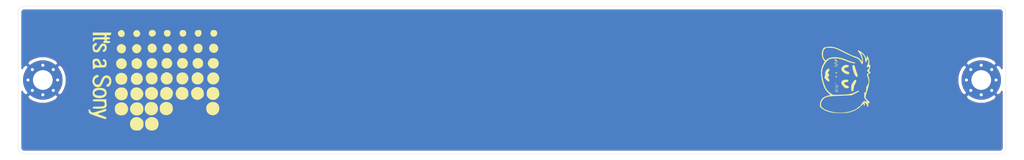
<source format=kicad_pcb>
(kicad_pcb (version 20171130) (host pcbnew "(5.1.5)-2")

  (general
    (thickness 1.6)
    (drawings 8)
    (tracks 0)
    (zones 0)
    (modules 4)
    (nets 2)
  )

  (page A4)
  (layers
    (0 F.Cu signal)
    (31 B.Cu signal)
    (32 B.Adhes user)
    (33 F.Adhes user)
    (34 B.Paste user)
    (35 F.Paste user)
    (36 B.SilkS user)
    (37 F.SilkS user)
    (38 B.Mask user)
    (39 F.Mask user)
    (40 Dwgs.User user)
    (41 Cmts.User user)
    (42 Eco1.User user)
    (43 Eco2.User user)
    (44 Edge.Cuts user)
    (45 Margin user)
    (46 B.CrtYd user)
    (47 F.CrtYd user)
    (48 B.Fab user)
    (49 F.Fab user)
  )

  (setup
    (last_trace_width 0.25)
    (trace_clearance 0.2)
    (zone_clearance 0.508)
    (zone_45_only no)
    (trace_min 0.2)
    (via_size 0.8)
    (via_drill 0.4)
    (via_min_size 0.4)
    (via_min_drill 0.3)
    (uvia_size 0.3)
    (uvia_drill 0.1)
    (uvias_allowed no)
    (uvia_min_size 0.2)
    (uvia_min_drill 0.1)
    (edge_width 0.05)
    (segment_width 0.2)
    (pcb_text_width 0.3)
    (pcb_text_size 1.5 1.5)
    (mod_edge_width 0.12)
    (mod_text_size 1 1)
    (mod_text_width 0.15)
    (pad_size 1.524 1.524)
    (pad_drill 0.762)
    (pad_to_mask_clearance 0.051)
    (solder_mask_min_width 0.25)
    (aux_axis_origin 0 0)
    (visible_elements FFFFFF7F)
    (pcbplotparams
      (layerselection 0x010fc_ffffffff)
      (usegerberextensions false)
      (usegerberattributes false)
      (usegerberadvancedattributes false)
      (creategerberjobfile false)
      (excludeedgelayer true)
      (linewidth 0.100000)
      (plotframeref false)
      (viasonmask false)
      (mode 1)
      (useauxorigin false)
      (hpglpennumber 1)
      (hpglpenspeed 20)
      (hpglpendiameter 15.000000)
      (psnegative false)
      (psa4output false)
      (plotreference true)
      (plotvalue true)
      (plotinvisibletext false)
      (padsonsilk false)
      (subtractmaskfromsilk false)
      (outputformat 1)
      (mirror false)
      (drillshape 0)
      (scaleselection 1)
      (outputdirectory ""))
  )

  (net 0 "")
  (net 1 GND)

  (net_class Default "This is the default net class."
    (clearance 0.2)
    (trace_width 0.25)
    (via_dia 0.8)
    (via_drill 0.4)
    (uvia_dia 0.3)
    (uvia_drill 0.1)
    (add_net GND)
  )

  (module videobits:itsa (layer F.Cu) (tedit 0) (tstamp 5E6B8E2B)
    (at 52 112 270)
    (fp_text reference G*** (at 0 0 90) (layer F.SilkS) hide
      (effects (font (size 1.524 1.524) (thickness 0.3)))
    )
    (fp_text value LOGO (at 0.75 0 90) (layer F.SilkS) hide
      (effects (font (size 1.524 1.524) (thickness 0.3)))
    )
    (fp_poly (pts (xy 6.32046 7.750061) (xy 6.35 7.8104) (xy 6.322068 7.955186) (xy 6.246574 8.220316)
      (xy 6.135967 8.570002) (xy 6.002697 8.968459) (xy 5.859213 9.379902) (xy 5.717965 9.768545)
      (xy 5.591403 10.098602) (xy 5.491977 10.334287) (xy 5.436851 10.435167) (xy 5.28231 10.535101)
      (xy 5.077933 10.5819) (xy 4.883513 10.573744) (xy 4.758844 10.508814) (xy 4.741333 10.456333)
      (xy 4.811713 10.352868) (xy 4.908714 10.329333) (xy 5.074923 10.263252) (xy 5.210163 10.124721)
      (xy 5.263109 10.028973) (xy 5.285903 9.923048) (xy 5.273784 9.774756) (xy 5.221992 9.551901)
      (xy 5.125764 9.222293) (xy 5.031729 8.918221) (xy 4.908422 8.524711) (xy 4.801151 8.18575)
      (xy 4.72114 7.936576) (xy 4.679615 7.812431) (xy 4.678889 7.8105) (xy 4.713883 7.72662)
      (xy 4.843483 7.704667) (xy 4.949317 7.720923) (xy 5.030881 7.791154) (xy 5.107192 7.947551)
      (xy 5.197265 8.222308) (xy 5.244682 8.383888) (xy 5.3412 8.699528) (xy 5.426706 8.946497)
      (xy 5.486776 9.084184) (xy 5.498591 9.098736) (xy 5.548217 9.04036) (xy 5.632562 8.854104)
      (xy 5.737039 8.574082) (xy 5.789036 8.419514) (xy 5.912494 8.063229) (xy 6.010488 7.843721)
      (xy 6.098325 7.733418) (xy 6.185918 7.704667) (xy 6.32046 7.750061)) (layer F.SilkS) (width 0.01))
    (fp_poly (pts (xy -5.001184 7.690602) (xy -4.762631 7.800371) (xy -4.607283 7.976423) (xy -4.572 8.134047)
      (xy -4.629516 8.264015) (xy -4.758157 8.295483) (xy -4.892063 8.229497) (xy -4.953 8.128)
      (xy -5.062906 7.993611) (xy -5.257697 7.958667) (xy -5.474989 8.003374) (xy -5.563277 8.118636)
      (xy -5.531043 8.276161) (xy -5.386773 8.447658) (xy -5.13895 8.604836) (xy -5.052713 8.642208)
      (xy -4.734481 8.80149) (xy -4.556527 8.987561) (xy -4.489961 9.234713) (xy -4.487334 9.313333)
      (xy -4.533233 9.593413) (xy -4.6355 9.758714) (xy -4.852749 9.872624) (xy -5.15783 9.94044)
      (xy -5.472167 9.947403) (xy -5.566089 9.933513) (xy -5.78221 9.815565) (xy -5.949906 9.601114)
      (xy -6.011334 9.379161) (xy -5.957922 9.254069) (xy -5.833432 9.235499) (xy -5.691482 9.31541)
      (xy -5.603406 9.440333) (xy -5.449756 9.600793) (xy -5.226559 9.656639) (xy -5.003123 9.600177)
      (xy -4.904777 9.517903) (xy -4.84244 9.371381) (xy -4.907734 9.216577) (xy -5.11224 9.038568)
      (xy -5.426954 8.84503) (xy -5.730268 8.644242) (xy -5.890121 8.445201) (xy -5.927614 8.209741)
      (xy -5.892428 8.003106) (xy -5.768564 7.803367) (xy -5.548901 7.687662) (xy -5.278191 7.651553)
      (xy -5.001184 7.690602)) (layer F.SilkS) (width 0.01))
    (fp_poly (pts (xy -2.284548 7.716245) (xy -2.145903 7.800203) (xy -2.086966 7.912609) (xy -2.050354 8.145301)
      (xy -2.033658 8.518016) (xy -2.032 8.733691) (xy -2.026806 9.136075) (xy -2.008478 9.398145)
      (xy -1.972898 9.548679) (xy -1.91595 9.616455) (xy -1.905 9.621382) (xy -1.792444 9.729879)
      (xy -1.778 9.79145) (xy -1.830731 9.871205) (xy -2.007505 9.899651) (xy -2.137834 9.897787)
      (xy -2.43553 9.901741) (xy -2.709552 9.930678) (xy -2.751667 9.938918) (xy -3.048104 9.940985)
      (xy -3.217334 9.885003) (xy -3.357632 9.777265) (xy -3.428667 9.606462) (xy -3.454245 9.388565)
      (xy -3.452756 9.298121) (xy -3.132667 9.298121) (xy -3.066089 9.510915) (xy -2.901296 9.627943)
      (xy -2.690699 9.6308) (xy -2.503715 9.518952) (xy -2.433774 9.386981) (xy -2.384897 9.188361)
      (xy -2.364688 8.985222) (xy -2.380751 8.839689) (xy -2.416373 8.805333) (xy -2.577334 8.85193)
      (xy -2.784 8.965984) (xy -2.980255 9.10889) (xy -3.109989 9.242046) (xy -3.132667 9.298121)
      (xy -3.452756 9.298121) (xy -3.449828 9.120353) (xy -3.374939 8.932754) (xy -3.199858 8.791009)
      (xy -2.894865 8.660355) (xy -2.804595 8.628691) (xy -2.566184 8.534495) (xy -2.450136 8.43974)
      (xy -2.414368 8.30348) (xy -2.413 8.247691) (xy -2.434685 8.075835) (xy -2.534275 7.999362)
      (xy -2.694566 7.973992) (xy -2.899815 7.977049) (xy -2.998138 8.055798) (xy -3.021941 8.122158)
      (xy -3.118277 8.272415) (xy -3.252331 8.297687) (xy -3.360443 8.205097) (xy -3.386667 8.081346)
      (xy -3.311809 7.891256) (xy -3.118009 7.749242) (xy -2.851425 7.665762) (xy -2.558218 7.651277)
      (xy -2.284548 7.716245)) (layer F.SilkS) (width 0.01))
    (fp_poly (pts (xy 0.516364 6.944919) (xy 0.820474 7.087551) (xy 1.027459 7.306562) (xy 1.100666 7.554172)
      (xy 1.045575 7.679978) (xy 0.916442 7.70301) (xy 0.767479 7.631063) (xy 0.661002 7.49097)
      (xy 0.502428 7.299439) (xy 0.284109 7.219676) (xy 0.047254 7.236954) (xy -0.166929 7.336551)
      (xy -0.31723 7.503739) (xy -0.362443 7.723795) (xy -0.333761 7.846426) (xy -0.193614 8.004733)
      (xy 0.109719 8.163632) (xy 0.248699 8.21753) (xy 0.557572 8.348917) (xy 0.830201 8.496923)
      (xy 0.973465 8.600895) (xy 1.148968 8.862629) (xy 1.185105 9.159824) (xy 1.095009 9.454336)
      (xy 0.891812 9.708019) (xy 0.588646 9.882728) (xy 0.525315 9.902611) (xy 0.281826 9.963757)
      (xy 0.108248 9.975231) (xy -0.087504 9.936667) (xy -0.218554 9.899644) (xy -0.548167 9.728923)
      (xy -0.754184 9.442712) (xy -0.813912 9.244278) (xy -0.837509 9.059498) (xy -0.783869 8.986712)
      (xy -0.645584 8.974667) (xy -0.474383 9.010396) (xy -0.423401 9.136567) (xy -0.423334 9.144)
      (xy -0.365871 9.328314) (xy -0.254 9.482667) (xy -0.018138 9.622841) (xy 0.248843 9.644768)
      (xy 0.499487 9.564005) (xy 0.68634 9.39611) (xy 0.761945 9.156642) (xy 0.762 9.149566)
      (xy 0.743496 8.978587) (xy 0.66744 8.849509) (xy 0.503017 8.735949) (xy 0.219409 8.611524)
      (xy 0.064399 8.552317) (xy -0.364289 8.339539) (xy -0.63522 8.077975) (xy -0.754714 7.760701)
      (xy -0.762 7.646872) (xy -0.686802 7.336998) (xy -0.481848 7.09745) (xy -0.178101 6.94523)
      (xy 0.193477 6.897339) (xy 0.516364 6.944919)) (layer F.SilkS) (width 0.01))
    (fp_poly (pts (xy 2.530503 7.777196) (xy 2.772771 8.050326) (xy 2.815035 8.128097) (xy 2.927248 8.48424)
      (xy 2.952392 8.885259) (xy 2.896835 9.277792) (xy 2.766946 9.608481) (xy 2.616615 9.79039)
      (xy 2.352418 9.911866) (xy 2.025403 9.939945) (xy 1.733614 9.873491) (xy 1.496962 9.70673)
      (xy 1.348627 9.440917) (xy 1.278684 9.053011) (xy 1.27052 8.812456) (xy 1.608666 8.812456)
      (xy 1.652736 9.159065) (xy 1.769156 9.427202) (xy 1.934242 9.597572) (xy 2.124309 9.650879)
      (xy 2.315674 9.567829) (xy 2.408199 9.463828) (xy 2.503417 9.221468) (xy 2.54224 8.893358)
      (xy 2.525851 8.547664) (xy 2.455433 8.252549) (xy 2.384951 8.124616) (xy 2.194017 7.980969)
      (xy 1.998909 7.984491) (xy 1.822236 8.115145) (xy 1.68661 8.352899) (xy 1.614639 8.677718)
      (xy 1.608666 8.812456) (xy 1.27052 8.812456) (xy 1.27 8.797145) (xy 1.306193 8.336915)
      (xy 1.422167 8.010512) (xy 1.62901 7.79699) (xy 1.851885 7.697894) (xy 2.221289 7.658713)
      (xy 2.530503 7.777196)) (layer F.SilkS) (width 0.01))
    (fp_poly (pts (xy -7.362385 6.958458) (xy -7.300501 7.03608) (xy -7.282142 7.220903) (xy -7.281334 7.323667)
      (xy -7.270254 7.561761) (xy -7.224249 7.674349) (xy -7.124165 7.704521) (xy -7.112 7.704667)
      (xy -6.995292 7.671518) (xy -6.948202 7.542111) (xy -6.942667 7.408333) (xy -6.923725 7.204094)
      (xy -6.849778 7.121686) (xy -6.773334 7.112) (xy -6.656626 7.145148) (xy -6.609536 7.274555)
      (xy -6.604 7.408333) (xy -6.576461 7.627506) (xy -6.488567 7.704131) (xy -6.477 7.704667)
      (xy -6.383069 7.640407) (xy -6.35023 7.435322) (xy -6.35 7.408333) (xy -6.331059 7.204094)
      (xy -6.257112 7.121686) (xy -6.180667 7.112) (xy -6.089027 7.129152) (xy -6.037935 7.205553)
      (xy -6.015879 7.37862) (xy -6.011334 7.662333) (xy -6.016611 7.960165) (xy -6.04012 8.126213)
      (xy -6.093371 8.197895) (xy -6.180667 8.212667) (xy -6.318571 8.159727) (xy -6.35 8.085667)
      (xy -6.417773 7.973418) (xy -6.477 7.958667) (xy -6.536223 7.986645) (xy -6.574245 8.089148)
      (xy -6.595245 8.294027) (xy -6.603399 8.629134) (xy -6.604 8.805333) (xy -6.601676 9.190683)
      (xy -6.590618 9.437369) (xy -6.564695 9.576039) (xy -6.517777 9.637344) (xy -6.443736 9.651931)
      (xy -6.434667 9.652) (xy -6.294927 9.707224) (xy -6.265334 9.784111) (xy -6.308041 9.871191)
      (xy -6.460431 9.896305) (xy -6.582834 9.889944) (xy -6.900334 9.863667) (xy -6.924273 8.911167)
      (xy -6.93678 8.497619) (xy -6.953343 8.224556) (xy -6.97973 8.063139) (xy -7.02171 7.984527)
      (xy -7.08505 7.959882) (xy -7.114773 7.958667) (xy -7.186371 7.969595) (xy -7.233898 8.02145)
      (xy -7.262247 8.142841) (xy -7.276312 8.362374) (xy -7.280988 8.708656) (xy -7.281334 8.932333)
      (xy -7.281334 9.906) (xy -7.704667 9.906) (xy -7.704667 6.942667) (xy -7.493 6.942667)
      (xy -7.362385 6.958458)) (layer F.SilkS) (width 0.01))
    (fp_poly (pts (xy 4.313736 7.706492) (xy 4.438779 7.817749) (xy 4.534343 7.922671) (xy 4.596931 8.033223)
      (xy 4.633495 8.186189) (xy 4.650986 8.418353) (xy 4.656354 8.766501) (xy 4.656666 8.970818)
      (xy 4.654732 9.379393) (xy 4.645404 9.647863) (xy 4.623392 9.805439) (xy 4.583406 9.881338)
      (xy 4.520156 9.904772) (xy 4.487333 9.906) (xy 4.408851 9.893927) (xy 4.359223 9.836835)
      (xy 4.331903 9.703417) (xy 4.320344 9.462366) (xy 4.318 9.0961) (xy 4.309117 8.725283)
      (xy 4.285301 8.405197) (xy 4.250798 8.183027) (xy 4.230354 8.122434) (xy 4.071445 7.985215)
      (xy 3.834303 7.972969) (xy 3.6351 8.046312) (xy 3.561088 8.102905) (xy 3.513254 8.199463)
      (xy 3.48605 8.368969) (xy 3.473931 8.644405) (xy 3.471333 9.019979) (xy 3.469196 9.41579)
      (xy 3.458967 9.672272) (xy 3.434913 9.819409) (xy 3.391304 9.887188) (xy 3.322408 9.905597)
      (xy 3.302 9.906) (xy 3.232905 9.896674) (xy 3.185686 9.850715) (xy 3.156197 9.741156)
      (xy 3.140294 9.541026) (xy 3.133833 9.223356) (xy 3.132666 8.803988) (xy 3.132666 7.701977)
      (xy 3.3655 7.710668) (xy 3.612438 7.700083) (xy 3.893871 7.662567) (xy 3.909613 7.659611)
      (xy 4.144056 7.638135) (xy 4.313736 7.706492)) (layer F.SilkS) (width 0.01))
    (fp_poly (pts (xy 2.584887 4.283174) (xy 2.909444 4.437003) (xy 3.15106 4.697902) (xy 3.173566 4.738562)
      (xy 3.287136 5.121078) (xy 3.259666 5.509605) (xy 3.105619 5.861548) (xy 2.839458 6.134307)
      (xy 2.667865 6.228095) (xy 2.360217 6.327929) (xy 2.098806 6.3259) (xy 1.800834 6.224474)
      (xy 1.492158 6.005133) (xy 1.286341 5.685288) (xy 1.197763 5.308816) (xy 1.240809 4.919594)
      (xy 1.313766 4.738562) (xy 1.54183 4.46411) (xy 1.858255 4.296728) (xy 2.220216 4.236416)
      (xy 2.584887 4.283174)) (layer F.SilkS) (width 0.01))
    (fp_poly (pts (xy 4.881601 4.19716) (xy 5.218341 4.311694) (xy 5.498368 4.528976) (xy 5.688934 4.838008)
      (xy 5.757333 5.2177) (xy 5.694852 5.661479) (xy 5.514464 6.007298) (xy 5.252104 6.221567)
      (xy 4.89587 6.32781) (xy 4.498207 6.329103) (xy 4.144295 6.225758) (xy 4.128564 6.217464)
      (xy 3.86586 5.986108) (xy 3.698802 5.658657) (xy 3.63544 5.28393) (xy 3.683824 4.910749)
      (xy 3.852003 4.587933) (xy 3.858572 4.580025) (xy 4.168968 4.320327) (xy 4.520894 4.196372)
      (xy 4.881601 4.19716)) (layer F.SilkS) (width 0.01))
    (fp_poly (pts (xy 0.221371 4.387191) (xy 0.520478 4.580857) (xy 0.70254 4.89504) (xy 0.762 5.309595)
      (xy 0.690631 5.693716) (xy 0.474791 5.98996) (xy 0.253064 6.138817) (xy -0.085526 6.250065)
      (xy -0.433086 6.219713) (xy -0.650688 6.14141) (xy -0.934761 5.935113) (xy -1.109819 5.637742)
      (xy -1.17048 5.292142) (xy -1.111359 4.941159) (xy -0.927072 4.627638) (xy -0.850559 4.550833)
      (xy -0.62887 4.393211) (xy -0.384015 4.327716) (xy -0.189165 4.319882) (xy 0.221371 4.387191)) (layer F.SilkS) (width 0.01))
    (fp_poly (pts (xy -2.467341 4.404645) (xy -2.156529 4.539944) (xy -2.025488 4.650154) (xy -1.827077 4.945507)
      (xy -1.770409 5.259932) (xy -1.834852 5.564446) (xy -1.999777 5.830071) (xy -2.244552 6.027825)
      (xy -2.548547 6.128728) (xy -2.891131 6.1038) (xy -3.026109 6.055759) (xy -3.286742 5.863715)
      (xy -3.442557 5.637661) (xy -3.532155 5.290626) (xy -3.481907 4.973032) (xy -3.321057 4.705257)
      (xy -3.07885 4.507682) (xy -2.78453 4.400684) (xy -2.467341 4.404645)) (layer F.SilkS) (width 0.01))
    (fp_poly (pts (xy -4.736477 4.60229) (xy -4.488604 4.785259) (xy -4.352004 5.047385) (xy -4.3423 5.353634)
      (xy -4.475113 5.66897) (xy -4.537193 5.750837) (xy -4.809687 5.960865) (xy -5.12292 6.025569)
      (xy -5.432892 5.943489) (xy -5.634377 5.787303) (xy -5.809666 5.487069) (xy -5.829252 5.157872)
      (xy -5.69295 4.83774) (xy -5.63932 4.769145) (xy -5.456058 4.605699) (xy -5.236366 4.540379)
      (xy -5.08 4.533515) (xy -4.736477 4.60229)) (layer F.SilkS) (width 0.01))
    (fp_poly (pts (xy -7.30769 4.767389) (xy -7.1461 4.831668) (xy -7.129174 4.84764) (xy -6.996227 5.105952)
      (xy -6.994355 5.361728) (xy -7.095508 5.5875) (xy -7.271639 5.755802) (xy -7.494698 5.839167)
      (xy -7.736637 5.810128) (xy -7.955369 5.656702) (xy -8.106443 5.396119) (xy -8.110927 5.13538)
      (xy -7.986804 4.914198) (xy -7.752055 4.772289) (xy -7.5409 4.741333) (xy -7.30769 4.767389)) (layer F.SilkS) (width 0.01))
    (fp_poly (pts (xy 5.04022 1.743174) (xy 5.364777 1.897003) (xy 5.606393 2.157902) (xy 5.6289 2.198562)
      (xy 5.757616 2.605899) (xy 5.74134 3.009704) (xy 5.592119 3.373256) (xy 5.321997 3.659836)
      (xy 5.110837 3.777926) (xy 4.801715 3.875452) (xy 4.534175 3.866824) (xy 4.268485 3.77432)
      (xy 3.94049 3.546913) (xy 3.724833 3.221026) (xy 3.633538 2.834604) (xy 3.678629 2.425589)
      (xy 3.769099 2.198562) (xy 3.997164 1.92411) (xy 4.313589 1.756728) (xy 4.675549 1.696416)
      (xy 5.04022 1.743174)) (layer F.SilkS) (width 0.01))
    (fp_poly (pts (xy 7.438755 1.70703) (xy 7.640095 1.767563) (xy 7.829137 1.904096) (xy 7.910304 1.978497)
      (xy 8.089817 2.165519) (xy 8.179091 2.333635) (xy 8.208251 2.557397) (xy 8.209666 2.71933)
      (xy 8.18792 3.018259) (xy 8.135791 3.274885) (xy 8.098124 3.370601) (xy 7.851983 3.652496)
      (xy 7.512057 3.828476) (xy 7.124557 3.887886) (xy 6.735695 3.820072) (xy 6.54461 3.728761)
      (xy 6.237116 3.452696) (xy 6.06056 3.103472) (xy 6.018477 2.719478) (xy 6.114403 2.339101)
      (xy 6.351874 2.00073) (xy 6.382747 1.971408) (xy 6.590109 1.803207) (xy 6.783617 1.720434)
      (xy 7.042177 1.694381) (xy 7.147061 1.693333) (xy 7.438755 1.70703)) (layer F.SilkS) (width 0.01))
    (fp_poly (pts (xy 2.370378 1.716973) (xy 2.592407 1.786975) (xy 2.940863 2.001842) (xy 3.177857 2.316505)
      (xy 3.288415 2.691864) (xy 3.257568 3.088817) (xy 3.173566 3.304771) (xy 2.945286 3.575615)
      (xy 2.619305 3.746818) (xy 2.241801 3.808029) (xy 1.858953 3.748897) (xy 1.640894 3.648321)
      (xy 1.369009 3.395943) (xy 1.223456 3.074358) (xy 1.198709 2.720597) (xy 1.289239 2.371691)
      (xy 1.489519 2.064672) (xy 1.794021 1.836571) (xy 1.91918 1.783968) (xy 2.170919 1.712938)
      (xy 2.370378 1.716973)) (layer F.SilkS) (width 0.01))
    (fp_poly (pts (xy 0.232603 1.895427) (xy 0.518848 2.11449) (xy 0.673737 2.301726) (xy 0.74528 2.503384)
      (xy 0.762 2.780974) (xy 0.744167 3.066218) (xy 0.670196 3.264657) (xy 0.50938 3.4569)
      (xy 0.501487 3.46482) (xy 0.304784 3.631217) (xy 0.103822 3.707452) (xy -0.174511 3.725333)
      (xy -0.476036 3.701804) (xy -0.697378 3.611557) (xy -0.853655 3.489753) (xy -1.08149 3.188495)
      (xy -1.174246 2.843767) (xy -1.140016 2.49516) (xy -0.986893 2.182261) (xy -0.722969 1.944661)
      (xy -0.51972 1.856175) (xy -0.116281 1.79872) (xy 0.232603 1.895427)) (layer F.SilkS) (width 0.01))
    (fp_poly (pts (xy -2.274928 1.990548) (xy -1.978945 2.229517) (xy -1.83902 2.429689) (xy -1.789983 2.628868)
      (xy -1.80294 2.871975) (xy -1.916249 3.233595) (xy -2.143635 3.491827) (xy -2.454271 3.630896)
      (xy -2.817325 3.635026) (xy -3.107051 3.539317) (xy -3.277166 3.389827) (xy -3.434831 3.147234)
      (xy -3.537874 2.88514) (xy -3.556 2.755833) (xy -3.484806 2.478303) (xy -3.302941 2.207185)
      (xy -3.057978 2.009151) (xy -3.005309 1.98406) (xy -2.625372 1.905554) (xy -2.274928 1.990548)) (layer F.SilkS) (width 0.01))
    (fp_poly (pts (xy -4.735988 2.14427) (xy -4.565488 2.279487) (xy -4.374694 2.56847) (xy -4.332433 2.872797)
      (xy -4.425843 3.156575) (xy -4.642059 3.383914) (xy -4.968219 3.518921) (xy -5.012573 3.526966)
      (xy -5.235735 3.541292) (xy -5.404592 3.47651) (xy -5.584073 3.318953) (xy -5.771983 3.070392)
      (xy -5.842 2.837434) (xy -5.842 2.83728) (xy -5.774586 2.483064) (xy -5.595518 2.221465)
      (xy -5.339555 2.067674) (xy -5.041458 2.03688) (xy -4.735988 2.14427)) (layer F.SilkS) (width 0.01))
    (fp_poly (pts (xy -7.393523 2.226672) (xy -7.150036 2.387289) (xy -7.11336 2.430502) (xy -6.989812 2.696765)
      (xy -7.005673 2.957101) (xy -7.133894 3.175261) (xy -7.347424 3.314995) (xy -7.619214 3.340052)
      (xy -7.762632 3.30062) (xy -7.998023 3.129592) (xy -8.108456 2.884703) (xy -8.084726 2.615688)
      (xy -7.932044 2.385425) (xy -7.664156 2.225503) (xy -7.393523 2.226672)) (layer F.SilkS) (width 0.01))
    (fp_poly (pts (xy 4.881629 -0.638092) (xy 5.246349 -0.491368) (xy 5.522563 -0.226671) (xy 5.690628 0.119273)
      (xy 5.730899 0.509737) (xy 5.661546 0.820042) (xy 5.451683 1.158294) (xy 5.143693 1.390574)
      (xy 4.778294 1.503661) (xy 4.396201 1.484331) (xy 4.065233 1.338435) (xy 3.767835 1.079193)
      (xy 3.61241 0.781174) (xy 3.57768 0.398534) (xy 3.583877 0.301362) (xy 3.691918 -0.10365)
      (xy 3.924808 -0.410864) (xy 4.258277 -0.602708) (xy 4.668054 -0.661613) (xy 4.881629 -0.638092)) (layer F.SilkS) (width 0.01))
    (fp_poly (pts (xy 2.394243 -0.64093) (xy 2.714363 -0.516974) (xy 2.979801 -0.295239) (xy 3.158116 0.017666)
      (xy 3.217333 0.381) (xy 3.143571 0.788115) (xy 2.942079 1.11342) (xy 2.642551 1.337494)
      (xy 2.274679 1.440916) (xy 1.868154 1.404262) (xy 1.726193 1.356354) (xy 1.438951 1.155802)
      (xy 1.2391 0.848564) (xy 1.144201 0.482215) (xy 1.171811 0.104331) (xy 1.215716 -0.026793)
      (xy 1.430176 -0.360039) (xy 1.71971 -0.569072) (xy 2.051879 -0.660499) (xy 2.394243 -0.64093)) (layer F.SilkS) (width 0.01))
    (fp_poly (pts (xy 7.539192 -0.696164) (xy 7.883543 -0.504325) (xy 8.10963 -0.194989) (xy 8.208741 0.223339)
      (xy 8.212666 0.338667) (xy 8.145779 0.78169) (xy 7.950156 1.116929) (xy 7.633358 1.337084)
      (xy 7.202943 1.434858) (xy 7.072627 1.439333) (xy 6.792476 1.414821) (xy 6.574252 1.3174)
      (xy 6.382747 1.161258) (xy 6.134722 0.837376) (xy 6.024216 0.47543) (xy 6.039291 0.108096)
      (xy 6.168012 -0.23195) (xy 6.398443 -0.512029) (xy 6.718646 -0.699466) (xy 7.085289 -0.762)
      (xy 7.539192 -0.696164)) (layer F.SilkS) (width 0.01))
    (fp_poly (pts (xy 0.09081 -0.555895) (xy 0.328771 -0.454602) (xy 0.577383 -0.186132) (xy 0.703394 0.155189)
      (xy 0.703813 0.522352) (xy 0.57565 0.868346) (xy 0.424916 1.056817) (xy 0.142852 1.235157)
      (xy -0.200517 1.325507) (xy -0.530983 1.312366) (xy -0.635 1.278225) (xy -0.899709 1.089217)
      (xy -1.118851 0.806864) (xy -1.220308 0.562975) (xy -1.224879 0.220419) (xy -1.107138 -0.126955)
      (xy -0.893833 -0.403622) (xy -0.871453 -0.42201) (xy -0.599066 -0.547723) (xy -0.25287 -0.593042)
      (xy 0.09081 -0.555895)) (layer F.SilkS) (width 0.01))
    (fp_poly (pts (xy -2.26925 -0.43798) (xy -2.019197 -0.215451) (xy -1.881576 0.112441) (xy -1.862667 0.314391)
      (xy -1.933631 0.695198) (xy -2.132781 0.980305) (xy -2.439503 1.148505) (xy -2.709334 1.185333)
      (xy -2.998019 1.149635) (xy -3.225214 1.015659) (xy -3.308513 0.937846) (xy -3.50126 0.645531)
      (xy -3.566491 0.315973) (xy -3.513153 -0.0082) (xy -3.350189 -0.284364) (xy -3.086545 -0.469891)
      (xy -3.007483 -0.496694) (xy -2.606943 -0.537583) (xy -2.26925 -0.43798)) (layer F.SilkS) (width 0.01))
    (fp_poly (pts (xy -4.79914 -0.384627) (xy -4.572183 -0.194681) (xy -4.435639 0.070976) (xy -4.405637 0.370682)
      (xy -4.498307 0.662774) (xy -4.610485 0.808182) (xy -4.857395 0.958019) (xy -5.164211 1.017385)
      (xy -5.45792 0.978918) (xy -5.595337 0.907474) (xy -5.823814 0.645428) (xy -5.911381 0.349086)
      (xy -5.871135 0.054556) (xy -5.716171 -0.202056) (xy -5.459584 -0.384645) (xy -5.114471 -0.457102)
      (xy -5.10038 -0.4572) (xy -4.79914 -0.384627)) (layer F.SilkS) (width 0.01))
    (fp_poly (pts (xy -7.309329 -0.201212) (xy -7.243261 -0.138958) (xy -7.07524 0.117576) (xy -7.045799 0.374911)
      (xy -7.129567 0.601951) (xy -7.301177 0.767599) (xy -7.535258 0.840758) (xy -7.806442 0.790333)
      (xy -7.939828 0.714866) (xy -8.080146 0.553397) (xy -8.127415 0.302715) (xy -8.128 0.259566)
      (xy -8.091708 -0.020798) (xy -7.959109 -0.190918) (xy -7.694622 -0.295781) (xy -7.687288 -0.297636)
      (xy -7.489796 -0.306817) (xy -7.309329 -0.201212)) (layer F.SilkS) (width 0.01))
    (fp_poly (pts (xy 5.073974 -2.994123) (xy 5.231408 -2.908481) (xy 5.533342 -2.596505) (xy 5.693411 -2.226419)
      (xy 5.70751 -1.832727) (xy 5.571535 -1.44993) (xy 5.42835 -1.253235) (xy 5.253296 -1.089212)
      (xy 5.060426 -1.00195) (xy 4.778578 -0.96116) (xy 4.734389 -0.957879) (xy 4.373123 -0.960097)
      (xy 4.116482 -1.032824) (xy 4.05323 -1.068868) (xy 3.764042 -1.344782) (xy 3.599247 -1.693631)
      (xy 3.559223 -2.074848) (xy 3.64435 -2.447866) (xy 3.855008 -2.772119) (xy 4.035896 -2.922538)
      (xy 4.354245 -3.04698) (xy 4.72505 -3.07055) (xy 5.073974 -2.994123)) (layer F.SilkS) (width 0.01))
    (fp_poly (pts (xy 2.32686 -3.07406) (xy 2.709121 -2.93659) (xy 3.000224 -2.70036) (xy 3.146202 -2.477399)
      (xy 3.208908 -2.220631) (xy 3.217333 -2.017037) (xy 3.200632 -1.735041) (xy 3.128069 -1.537453)
      (xy 2.965952 -1.340805) (xy 2.929466 -1.303867) (xy 2.720308 -1.121242) (xy 2.522549 -1.037189)
      (xy 2.249369 -1.016047) (xy 2.228638 -1.016) (xy 1.882778 -1.052646) (xy 1.620378 -1.151029)
      (xy 1.606338 -1.160281) (xy 1.297324 -1.455817) (xy 1.145313 -1.812301) (xy 1.146981 -2.238091)
      (xy 1.156717 -2.291088) (xy 1.286594 -2.584824) (xy 1.523103 -2.852361) (xy 1.809118 -3.035993)
      (xy 1.932356 -3.074638) (xy 2.32686 -3.07406)) (layer F.SilkS) (width 0.01))
    (fp_poly (pts (xy -0.024204 -3.021098) (xy 0.305777 -2.894444) (xy 0.538042 -2.673876) (xy 0.700307 -2.301842)
      (xy 0.717326 -1.94171) (xy 0.611861 -1.617236) (xy 0.406678 -1.35218) (xy 0.124538 -1.170297)
      (xy -0.211794 -1.095345) (xy -0.579554 -1.151082) (xy -0.814439 -1.262345) (xy -1.045768 -1.485203)
      (xy -1.211941 -1.796696) (xy -1.27 -2.095339) (xy -1.209181 -2.346574) (xy -1.057538 -2.622863)
      (xy -0.861292 -2.849797) (xy -0.754788 -2.92473) (xy -0.394755 -3.034498) (xy -0.024204 -3.021098)) (layer F.SilkS) (width 0.01))
    (fp_poly (pts (xy -2.369062 -2.907135) (xy -2.105555 -2.72225) (xy -1.925174 -2.438181) (xy -1.862667 -2.092392)
      (xy -1.892452 -1.799767) (xy -2.002576 -1.585549) (xy -2.085879 -1.493212) (xy -2.260059 -1.346106)
      (xy -2.400711 -1.272089) (xy -2.417621 -1.27) (xy -2.600297 -1.245451) (xy -2.638909 -1.23501)
      (xy -2.796345 -1.232788) (xy -3.003641 -1.27514) (xy -3.308706 -1.444523) (xy -3.494042 -1.730594)
      (xy -3.554118 -2.102013) (xy -3.52581 -2.38632) (xy -3.412408 -2.601448) (xy -3.308513 -2.715846)
      (xy -3.005523 -2.919018) (xy -2.680712 -2.977753) (xy -2.369062 -2.907135)) (layer F.SilkS) (width 0.01))
    (fp_poly (pts (xy -4.857182 -2.836023) (xy -4.609745 -2.675591) (xy -4.446326 -2.421436) (xy -4.402667 -2.16757)
      (xy -4.475058 -1.827015) (xy -4.668875 -1.573545) (xy -4.949083 -1.429488) (xy -5.280646 -1.417169)
      (xy -5.482812 -1.479243) (xy -5.7586 -1.678778) (xy -5.897869 -1.952067) (xy -5.89366 -2.263834)
      (xy -5.739013 -2.578802) (xy -5.707474 -2.618171) (xy -5.445661 -2.820992) (xy -5.149025 -2.88905)
      (xy -4.857182 -2.836023)) (layer F.SilkS) (width 0.01))
    (fp_poly (pts (xy -7.301648 -2.639489) (xy -7.113904 -2.460358) (xy -7.031782 -2.21754) (xy -7.073876 -1.956637)
      (xy -7.196667 -1.778) (xy -7.427464 -1.644662) (xy -7.700601 -1.61703) (xy -7.94242 -1.698452)
      (xy -7.994953 -1.741714) (xy -8.098385 -1.945889) (xy -8.121861 -2.216108) (xy -8.065379 -2.46915)
      (xy -7.994953 -2.576286) (xy -7.820126 -2.669291) (xy -7.582655 -2.709302) (xy -7.57642 -2.709333)
      (xy -7.301648 -2.639489)) (layer F.SilkS) (width 0.01))
    (fp_poly (pts (xy 2.522001 -5.567144) (xy 2.723525 -5.480092) (xy 2.929466 -5.300133) (xy 3.109031 -5.095894)
      (xy 3.193654 -4.904063) (xy 3.217026 -4.641174) (xy 3.217333 -4.586963) (xy 3.191897 -4.270238)
      (xy 3.098531 -4.036537) (xy 3.001948 -3.905688) (xy 2.833212 -3.733178) (xy 2.644289 -3.620883)
      (xy 2.368925 -3.532314) (xy 2.286 -3.511364) (xy 2.129845 -3.518533) (xy 1.896726 -3.574727)
      (xy 1.823574 -3.598934) (xy 1.453751 -3.803798) (xy 1.221693 -4.098145) (xy 1.132946 -4.465666)
      (xy 1.193057 -4.890053) (xy 1.29585 -5.150723) (xy 1.500595 -5.387876) (xy 1.831078 -5.537564)
      (xy 2.247928 -5.588) (xy 2.522001 -5.567144)) (layer F.SilkS) (width 0.01))
    (fp_poly (pts (xy 0.214407 -5.447247) (xy 0.368743 -5.333404) (xy 0.62925 -5.008918) (xy 0.729148 -4.642523)
      (xy 0.664376 -4.250669) (xy 0.646943 -4.206526) (xy 0.443848 -3.885484) (xy 0.150992 -3.700585)
      (xy -0.249389 -3.640673) (xy -0.254 -3.640667) (xy -0.553151 -3.672946) (xy -0.798041 -3.755193)
      (xy -0.836772 -3.778732) (xy -1.005182 -3.952864) (xy -1.147318 -4.188874) (xy -1.154944 -4.206526)
      (xy -1.239659 -4.587122) (xy -1.185368 -4.933631) (xy -1.019408 -5.225833) (xy -0.769114 -5.443513)
      (xy -0.461824 -5.566453) (xy -0.124871 -5.574437) (xy 0.214407 -5.447247)) (layer F.SilkS) (width 0.01))
    (fp_poly (pts (xy -2.368039 -5.444207) (xy -2.102508 -5.262777) (xy -1.922051 -4.984408) (xy -1.862667 -4.660201)
      (xy -1.927415 -4.264748) (xy -2.117558 -3.976057) (xy -2.388888 -3.816335) (xy -2.6274 -3.745459)
      (xy -2.808103 -3.743066) (xy -3.021597 -3.813258) (xy -3.104834 -3.848757) (xy -3.364546 -4.016975)
      (xy -3.508243 -4.26317) (xy -3.55576 -4.622902) (xy -3.556 -4.657614) (xy -3.519931 -4.946492)
      (xy -3.384729 -5.174391) (xy -3.308513 -5.255846) (xy -3.007697 -5.455842) (xy -2.681987 -5.513595)
      (xy -2.368039 -5.444207)) (layer F.SilkS) (width 0.01))
    (fp_poly (pts (xy -4.797195 -5.351058) (xy -4.564879 -5.173461) (xy -4.425833 -4.899758) (xy -4.402667 -4.70757)
      (xy -4.474812 -4.384249) (xy -4.664905 -4.129023) (xy -4.933436 -3.967332) (xy -5.240894 -3.924615)
      (xy -5.501665 -3.99998) (xy -5.767187 -4.22073) (xy -5.897184 -4.509116) (xy -5.885315 -4.823298)
      (xy -5.725238 -5.121432) (xy -5.67918 -5.17118) (xy -5.391805 -5.363522) (xy -5.085324 -5.418947)
      (xy -4.797195 -5.351058)) (layer F.SilkS) (width 0.01))
    (fp_poly (pts (xy -7.442049 -5.221044) (xy -7.196667 -5.08) (xy -7.050191 -4.835201) (xy -7.041753 -4.57459)
      (xy -7.152759 -4.343768) (xy -7.364614 -4.188337) (xy -7.57642 -4.148667) (xy -7.814117 -4.186799)
      (xy -7.991995 -4.278824) (xy -7.994953 -4.281714) (xy -8.103381 -4.493718) (xy -8.119705 -4.765223)
      (xy -8.046064 -5.015043) (xy -7.973167 -5.109211) (xy -7.723877 -5.231893) (xy -7.442049 -5.221044)) (layer F.SilkS) (width 0.01))
    (fp_poly (pts (xy 2.4921 -8.070416) (xy 2.677307 -8.000955) (xy 2.859874 -7.841717) (xy 2.927505 -7.76941)
      (xy 3.155531 -7.41674) (xy 3.233843 -7.049496) (xy 3.176184 -6.697322) (xy 2.996299 -6.389861)
      (xy 2.707932 -6.156758) (xy 2.324827 -6.027657) (xy 2.112404 -6.011333) (xy 1.850123 -6.039315)
      (xy 1.640523 -6.147988) (xy 1.479877 -6.292523) (xy 1.222591 -6.64956) (xy 1.12837 -7.036153)
      (xy 1.200218 -7.438979) (xy 1.213739 -7.472728) (xy 1.432477 -7.807837) (xy 1.755489 -8.011265)
      (xy 2.186499 -8.08527) (xy 2.225282 -8.085667) (xy 2.4921 -8.070416)) (layer F.SilkS) (width 0.01))
    (fp_poly (pts (xy -0.016918 -8.017635) (xy 0.298104 -7.87932) (xy 0.541575 -7.645658) (xy 0.691312 -7.341028)
      (xy 0.72513 -6.989808) (xy 0.620844 -6.616378) (xy 0.538042 -6.470125) (xy 0.299396 -6.248345)
      (xy -0.030398 -6.124524) (xy -0.397731 -6.108764) (xy -0.748991 -6.211166) (xy -0.772036 -6.223262)
      (xy -0.968392 -6.398213) (xy -1.144251 -6.663757) (xy -1.254079 -6.943013) (xy -1.27 -7.064015)
      (xy -1.206568 -7.358363) (xy -1.045763 -7.653703) (xy -0.831822 -7.874689) (xy -0.772875 -7.91071)
      (xy -0.381305 -8.036225) (xy -0.016918 -8.017635)) (layer F.SilkS) (width 0.01))
    (fp_poly (pts (xy -2.431063 -7.940948) (xy -2.251418 -7.866133) (xy -2.084861 -7.701731) (xy -2.08186 -7.698171)
      (xy -1.896563 -7.369077) (xy -1.856946 -7.030617) (xy -1.947462 -6.717202) (xy -2.152559 -6.463244)
      (xy -2.456688 -6.303155) (xy -2.729314 -6.265333) (xy -3.01232 -6.293303) (xy -3.218454 -6.400068)
      (xy -3.328493 -6.5028) (xy -3.518029 -6.8127) (xy -3.56709 -7.166024) (xy -3.475678 -7.51164)
      (xy -3.328493 -7.721201) (xy -3.142509 -7.877237) (xy -2.933105 -7.946057) (xy -2.70102 -7.958667)
      (xy -2.431063 -7.940948)) (layer F.SilkS) (width 0.01))
    (fp_poly (pts (xy -4.80363 -7.802852) (xy -4.565349 -7.616187) (xy -4.425959 -7.354172) (xy -4.40221 -7.056973)
      (xy -4.510853 -6.764758) (xy -4.610485 -6.642485) (xy -4.871121 -6.482248) (xy -5.184695 -6.428487)
      (xy -5.486658 -6.483678) (xy -5.670514 -6.601847) (xy -5.862081 -6.902922) (xy -5.896597 -7.246564)
      (xy -5.839979 -7.455546) (xy -5.682731 -7.706045) (xy -5.44818 -7.837986) (xy -5.124051 -7.874)
      (xy -4.80363 -7.802852)) (layer F.SilkS) (width 0.01))
    (fp_poly (pts (xy -7.303784 -7.634744) (xy -7.102438 -7.440373) (xy -7.027388 -7.144653) (xy -7.027334 -7.135495)
      (xy -7.099833 -6.891023) (xy -7.283583 -6.712214) (xy -7.527969 -6.618918) (xy -7.782371 -6.630983)
      (xy -7.987878 -6.758834) (xy -8.08701 -6.958272) (xy -8.124582 -7.220492) (xy -8.097063 -7.4681)
      (xy -8.0264 -7.603067) (xy -7.879058 -7.670377) (xy -7.648938 -7.703846) (xy -7.607868 -7.704667)
      (xy -7.303784 -7.634744)) (layer F.SilkS) (width 0.01))
    (fp_poly (pts (xy 5.085332 -10.502892) (xy 5.325974 -10.365427) (xy 5.588029 -10.052998) (xy 5.7126 -9.700323)
      (xy 5.710885 -9.33985) (xy 5.594088 -9.004029) (xy 5.373408 -8.725309) (xy 5.060046 -8.53614)
      (xy 4.671337 -8.46892) (xy 4.37776 -8.500255) (xy 4.118184 -8.576034) (xy 4.05323 -8.609221)
      (xy 3.769979 -8.874084) (xy 3.605069 -9.216056) (xy 3.559388 -9.593207) (xy 3.633826 -9.963606)
      (xy 3.829271 -10.285323) (xy 4.01436 -10.443761) (xy 4.336544 -10.566485) (xy 4.717283 -10.584776)
      (xy 5.085332 -10.502892)) (layer F.SilkS) (width 0.01))
    (fp_poly (pts (xy 2.522001 -10.562477) (xy 2.723525 -10.475426) (xy 2.929466 -10.295467) (xy 3.105616 -10.096616)
      (xy 3.190774 -9.911189) (xy 3.216488 -9.659386) (xy 3.217333 -9.567333) (xy 3.20249 -9.283085)
      (xy 3.136929 -9.087283) (xy 2.989102 -8.900128) (xy 2.929466 -8.8392) (xy 2.721078 -8.656852)
      (xy 2.525465 -8.573675) (xy 2.2557 -8.554219) (xy 2.230966 -8.554334) (xy 1.94335 -8.577928)
      (xy 1.698483 -8.633903) (xy 1.629103 -8.663536) (xy 1.342827 -8.914382) (xy 1.182174 -9.269713)
      (xy 1.15083 -9.524306) (xy 1.205897 -9.956333) (xy 1.389399 -10.279147) (xy 1.69677 -10.48834)
      (xy 2.123444 -10.579502) (xy 2.247928 -10.583333) (xy 2.522001 -10.562477)) (layer F.SilkS) (width 0.01))
    (fp_poly (pts (xy 0.134508 -10.508058) (xy 0.432486 -10.305335) (xy 0.636941 -10.009816) (xy 0.725593 -9.656153)
      (xy 0.676159 -9.278999) (xy 0.649551 -9.2081) (xy 0.438328 -8.899966) (xy 0.13446 -8.702185)
      (xy -0.21892 -8.623918) (xy -0.578684 -8.674331) (xy -0.901701 -8.862587) (xy -0.915826 -8.875513)
      (xy -1.149821 -9.191757) (xy -1.240546 -9.538818) (xy -1.201366 -9.88318) (xy -1.045647 -10.19133)
      (xy -0.786756 -10.429752) (xy -0.43806 -10.564932) (xy -0.234711 -10.583333) (xy 0.134508 -10.508058)) (layer F.SilkS) (width 0.01))
    (fp_poly (pts (xy -2.358948 -10.430246) (xy -2.095724 -10.248351) (xy -1.925497 -9.98803) (xy -1.854098 -9.684333)
      (xy -1.887362 -9.372308) (xy -2.031122 -9.087005) (xy -2.291211 -8.863472) (xy -2.426643 -8.800147)
      (xy -2.642296 -8.735757) (xy -2.82743 -8.742973) (xy -3.065633 -8.82721) (xy -3.104834 -8.844091)
      (xy -3.364546 -9.012308) (xy -3.508243 -9.258504) (xy -3.55576 -9.618235) (xy -3.556 -9.652947)
      (xy -3.481759 -10.02103) (xy -3.276006 -10.300164) (xy -2.964194 -10.464924) (xy -2.709334 -10.498667)
      (xy -2.358948 -10.430246)) (layer F.SilkS) (width 0.01))
    (fp_poly (pts (xy -4.857182 -10.371356) (xy -4.609745 -10.210925) (xy -4.446326 -9.956769) (xy -4.402667 -9.702903)
      (xy -4.475163 -9.37246) (xy -4.666872 -9.118241) (xy -4.939122 -8.963645) (xy -5.253245 -8.932073)
      (xy -5.528401 -9.021716) (xy -5.789628 -9.249298) (xy -5.907266 -9.540252) (xy -5.87584 -9.859982)
      (xy -5.707474 -10.153504) (xy -5.445661 -10.356326) (xy -5.149025 -10.424383) (xy -4.857182 -10.371356)) (layer F.SilkS) (width 0.01))
    (fp_poly (pts (xy -7.267057 -10.156384) (xy -7.159135 -10.056495) (xy -7.040961 -9.773063) (xy -7.060777 -9.501926)
      (xy -7.200024 -9.283664) (xy -7.440144 -9.158859) (xy -7.57642 -9.144) (xy -7.814117 -9.182133)
      (xy -7.991995 -9.274157) (xy -7.994953 -9.277048) (xy -8.098385 -9.481222) (xy -8.121861 -9.751441)
      (xy -8.065379 -10.004483) (xy -7.994953 -10.111619) (xy -7.777913 -10.226478) (xy -7.51063 -10.239773)
      (xy -7.267057 -10.156384)) (layer F.SilkS) (width 0.01))
  )

  (module videobits:uwuriel (layer F.Cu) (tedit 0) (tstamp 5E6B8BE6)
    (at 164 112 270)
    (path /5E6B466F)
    (fp_text reference H3 (at 0 0 90) (layer F.SilkS) hide
      (effects (font (size 1.524 1.524) (thickness 0.3)))
    )
    (fp_text value MountingHole (at 0.75 0 90) (layer F.SilkS) hide
      (effects (font (size 1.524 1.524) (thickness 0.3)))
    )
    (fp_poly (pts (xy -1.100666 -3.995516) (xy -1.055553 -3.878488) (xy -0.991309 -3.777476) (xy -0.911525 -3.689924)
      (xy -0.814388 -3.67252) (xy -0.643463 -3.724228) (xy -0.529355 -3.769001) (xy -0.160656 -3.862604)
      (xy 0.28248 -3.871313) (xy 0.820845 -3.793195) (xy 1.475228 -3.626315) (xy 1.682855 -3.563175)
      (xy 2.143707 -3.419082) (xy 2.473757 -3.323382) (xy 2.704691 -3.27681) (xy 2.868197 -3.280102)
      (xy 2.99596 -3.333991) (xy 3.119666 -3.439213) (xy 3.271003 -3.596502) (xy 3.274427 -3.600078)
      (xy 3.499966 -3.829644) (xy 3.634873 -3.944373) (xy 3.701952 -3.955152) (xy 3.724009 -3.872865)
      (xy 3.725334 -3.815324) (xy 3.751028 -3.707582) (xy 3.8594 -3.679743) (xy 4.010903 -3.697655)
      (xy 4.231758 -3.704766) (xy 4.354044 -3.650828) (xy 4.354566 -3.649998) (xy 4.340225 -3.571864)
      (xy 4.259497 -3.55558) (xy 4.096414 -3.503959) (xy 3.89092 -3.377256) (xy 3.852334 -3.346958)
      (xy 3.598334 -3.138757) (xy 3.92083 -3.135712) (xy 4.124185 -3.114772) (xy 4.196286 -3.063348)
      (xy 4.191 -3.048) (xy 4.072986 -2.979718) (xy 3.95317 -2.963105) (xy 3.863349 -2.949426)
      (xy 3.870404 -2.892303) (xy 3.987209 -2.767108) (xy 4.119169 -2.645605) (xy 4.596816 -2.11848)
      (xy 4.962079 -1.492545) (xy 5.177116 -0.927094) (xy 5.260163 -0.636075) (xy 5.31623 -0.361644)
      (xy 5.350093 -0.058859) (xy 5.366527 0.317217) (xy 5.370307 0.811524) (xy 5.370111 0.889)
      (xy 5.346052 1.646868) (xy 5.274011 2.275177) (xy 5.145865 2.808941) (xy 4.953495 3.283177)
      (xy 4.722049 3.683) (xy 4.554563 3.922212) (xy 4.418423 4.052208) (xy 4.259288 4.109823)
      (xy 4.063346 4.129524) (xy 3.58866 4.077596) (xy 3.325237 3.973534) (xy 2.974076 3.723867)
      (xy 2.718422 3.364554) (xy 2.542739 2.872973) (xy 2.528386 2.81314) (xy 2.428632 2.380982)
      (xy 2.185023 2.687524) (xy 1.856819 3.028483) (xy 1.454593 3.300193) (xy 0.931611 3.533962)
      (xy 0.908971 3.542427) (xy 0.012197 3.816885) (xy -0.810182 3.946786) (xy -1.55461 3.932206)
      (xy -2.217531 3.773222) (xy -2.795387 3.469911) (xy -2.805643 3.462664) (xy -2.968237 3.362182)
      (xy -3.065762 3.365124) (xy -3.138143 3.435598) (xy -3.398357 3.63257) (xy -3.764302 3.760951)
      (xy -4.184017 3.813853) (xy -4.60554 3.784387) (xy -4.954822 3.67646) (xy -5.132672 3.577041)
      (xy -5.248033 3.456079) (xy -5.319934 3.272818) (xy -5.367403 2.986503) (xy -5.391634 2.751593)
      (xy -5.246331 2.751593) (xy -5.23852 2.982727) (xy -5.200208 3.138855) (xy -5.123 3.266863)
      (xy -5.063624 3.339123) (xy -4.883932 3.499565) (xy -4.655584 3.586074) (xy -4.423443 3.619537)
      (xy -4.00944 3.6343) (xy -3.69707 3.577276) (xy -3.429348 3.435962) (xy -3.364133 3.387115)
      (xy -3.144753 3.21455) (xy -3.385185 2.951312) (xy -3.575289 2.629213) (xy -3.683119 2.190861)
      (xy -3.709871 1.667333) (xy -3.656736 1.089708) (xy -3.52491 0.489067) (xy -3.315585 -0.103513)
      (xy -3.263334 -0.220907) (xy -3.112316 -0.577503) (xy -2.988302 -0.925051) (xy -2.913368 -1.20021)
      (xy -2.905085 -1.248834) (xy -2.857156 -1.468397) (xy -2.794968 -1.595777) (xy -2.770698 -1.608667)
      (xy -2.714421 -1.536119) (xy -2.716335 -1.340679) (xy -2.769248 -1.055659) (xy -2.865964 -0.714368)
      (xy -2.999291 -0.350115) (xy -3.084965 -0.153468) (xy -3.343963 0.545577) (xy -3.488402 1.258557)
      (xy -3.510144 1.937071) (xy -3.480737 2.200081) (xy -3.422574 2.473375) (xy -3.329793 2.678348)
      (xy -3.165694 2.877832) (xy -2.981798 3.054237) (xy -2.428741 3.462661) (xy -1.830335 3.70896)
      (xy -1.177042 3.796511) (xy -0.908315 3.788571) (xy -0.416436 3.721176) (xy 0.135137 3.59375)
      (xy 0.686927 3.424217) (xy 1.179457 3.230506) (xy 1.506027 3.060887) (xy 1.764889 2.854572)
      (xy 2.022674 2.577286) (xy 2.138715 2.418537) (xy 2.408377 2.000741) (xy 2.385431 0.767537)
      (xy 2.360042 0.073557) (xy 2.308201 -0.486146) (xy 2.223275 -0.945463) (xy 2.098633 -1.338287)
      (xy 1.927642 -1.698509) (xy 1.889832 -1.76526) (xy 1.765573 -2.022087) (xy 1.740632 -2.184309)
      (xy 1.756097 -2.213297) (xy 1.833119 -2.184501) (xy 1.96203 -2.011257) (xy 2.133185 -1.706876)
      (xy 2.157882 -1.65867) (xy 2.47989 -1.024265) (xy 2.548711 0.609701) (xy 2.579802 1.303612)
      (xy 2.609652 1.851631) (xy 2.641007 2.277151) (xy 2.676615 2.603568) (xy 2.719222 2.854274)
      (xy 2.771575 3.052663) (xy 2.836421 3.222131) (xy 2.861987 3.277707) (xy 3.069696 3.56765)
      (xy 3.359879 3.787765) (xy 3.691657 3.925036) (xy 4.024153 3.966445) (xy 4.316488 3.898979)
      (xy 4.467248 3.788833) (xy 4.75375 3.381418) (xy 4.986618 2.845907) (xy 5.160407 2.216534)
      (xy 5.269675 1.527533) (xy 5.308981 0.813138) (xy 5.272881 0.107583) (xy 5.157084 -0.550334)
      (xy 5.045749 -0.928257) (xy 4.909694 -1.296079) (xy 4.767712 -1.610115) (xy 4.638598 -1.826681)
      (xy 4.58215 -1.886749) (xy 4.445012 -2.03523) (xy 4.319797 -2.23196) (xy 4.17529 -2.426228)
      (xy 4.013528 -2.543095) (xy 3.830353 -2.646659) (xy 3.619445 -2.809943) (xy 3.592132 -2.834666)
      (xy 3.440912 -2.99481) (xy 3.406369 -3.112075) (xy 3.453901 -3.220883) (xy 3.549527 -3.411852)
      (xy 3.530836 -3.482811) (xy 3.407055 -3.429553) (xy 3.256721 -3.310771) (xy 3.060623 -3.158091)
      (xy 2.874324 -3.079082) (xy 2.626878 -3.050568) (xy 2.452387 -3.048) (xy 2.183002 -3.060921)
      (xy 2.000497 -3.094637) (xy 1.947334 -3.132667) (xy 2.014819 -3.216932) (xy 2.053167 -3.225773)
      (xy 2.102653 -3.246019) (xy 2.025154 -3.280408) (xy 1.861397 -3.319689) (xy 1.652107 -3.354614)
      (xy 1.438009 -3.375935) (xy 1.381881 -3.378228) (xy 1.124745 -3.413942) (xy 0.928515 -3.492384)
      (xy 0.897571 -3.517192) (xy 0.608568 -3.70594) (xy 0.241246 -3.765145) (xy -0.215645 -3.695022)
      (xy -0.650472 -3.547058) (xy -0.843741 -3.484885) (xy -0.965817 -3.515817) (xy -1.083381 -3.640346)
      (xy -1.246819 -3.842183) (xy -1.344259 -3.660113) (xy -1.4417 -3.478043) (xy -1.748665 -3.686355)
      (xy -1.994237 -3.839697) (xy -2.125213 -3.882468) (xy -2.155259 -3.814653) (xy -2.117806 -3.685998)
      (xy -2.078731 -3.498535) (xy -2.150267 -3.43805) (xy -2.329746 -3.505662) (xy -2.418282 -3.560263)
      (xy -2.681229 -3.673036) (xy -2.987484 -3.721415) (xy -3.261649 -3.697976) (xy -3.368261 -3.653834)
      (xy -3.382058 -3.587908) (xy -3.233253 -3.506919) (xy -3.138234 -3.473171) (xy -2.914242 -3.376111)
      (xy -2.856096 -3.294688) (xy -2.960416 -3.238548) (xy -3.223822 -3.217337) (xy -3.227896 -3.217334)
      (xy -3.577393 -3.178845) (xy -3.878112 -3.044463) (xy -4.169833 -2.810148) (xy -4.348325 -2.625627)
      (xy -4.386986 -2.53646) (xy -4.286519 -2.543531) (xy -4.047623 -2.647724) (xy -4.042833 -2.650109)
      (xy -3.797122 -2.738028) (xy -3.490138 -2.800587) (xy -3.167662 -2.834861) (xy -2.875475 -2.837922)
      (xy -2.659359 -2.806847) (xy -2.566664 -2.744445) (xy -2.617154 -2.658273) (xy -2.781154 -2.546402)
      (xy -2.882411 -2.495979) (xy -3.264169 -2.255711) (xy -3.51703 -1.92406) (xy -3.642947 -1.576447)
      (xy -3.708365 -1.390809) (xy -3.837383 -1.085353) (xy -4.016087 -0.69081) (xy -4.230565 -0.237914)
      (xy -4.462832 0.234484) (xy -4.716655 0.743603) (xy -4.904535 1.131584) (xy -5.037098 1.428324)
      (xy -5.124969 1.663717) (xy -5.178776 1.867661) (xy -5.209145 2.070049) (xy -5.226701 2.300778)
      (xy -5.232038 2.398568) (xy -5.246331 2.751593) (xy -5.391634 2.751593) (xy -5.393048 2.737893)
      (xy -5.408064 2.367543) (xy -5.373516 2.013255) (xy -5.279389 1.63891) (xy -5.115667 1.208389)
      (xy -4.872333 0.685571) (xy -4.763791 0.468746) (xy -4.496993 -0.058013) (xy -4.295518 -0.459214)
      (xy -4.147756 -0.760146) (xy -4.0421 -0.986102) (xy -3.96694 -1.162371) (xy -3.910669 -1.314245)
      (xy -3.861677 -1.467013) (xy -3.836026 -1.552502) (xy -3.673856 -1.991759) (xy -3.476268 -2.303168)
      (xy -3.216098 -2.52801) (xy -3.178623 -2.551597) (xy -2.921 -2.708701) (xy -3.217333 -2.707158)
      (xy -3.578197 -2.645944) (xy -3.996053 -2.481082) (xy -4.41579 -2.235841) (xy -4.530204 -2.15285)
      (xy -4.727529 -2.027077) (xy -4.818823 -2.027575) (xy -4.803861 -2.148413) (xy -4.682419 -2.383656)
      (xy -4.546852 -2.594256) (xy -4.179737 -3.002134) (xy -3.848352 -3.217162) (xy -3.429 -3.428657)
      (xy -3.725333 -3.477433) (xy -4.021666 -3.526208) (xy -3.598333 -3.717945) (xy -3.212158 -3.851899)
      (xy -2.847312 -3.878045) (xy -2.780544 -3.873011) (xy -2.538401 -3.861028) (xy -2.433049 -3.888914)
      (xy -2.429769 -3.95017) (xy -2.405696 -4.039954) (xy -2.257887 -4.060222) (xy -2.016641 -4.011788)
      (xy -1.798111 -3.933172) (xy -1.590297 -3.855691) (xy -1.476069 -3.852348) (xy -1.396772 -3.923144)
      (xy -1.38933 -3.933172) (xy -1.267202 -4.037739) (xy -1.149523 -4.060899) (xy -1.100666 -3.995516)) (layer F.SilkS) (width 0.01))
    (fp_poly (pts (xy -1.592045 2.587219) (xy -1.403504 2.689485) (xy -1.386422 2.702527) (xy -1.221688 2.81584)
      (xy -1.113748 2.82288) (xy -1.017433 2.752963) (xy -0.810121 2.634858) (xy -0.629447 2.683261)
      (xy -0.545324 2.772833) (xy -0.461883 2.862355) (xy -0.375068 2.849487) (xy -0.228259 2.724915)
      (xy -0.222798 2.719788) (xy -0.035511 2.598648) (xy 0.135774 2.572085) (xy 0.24126 2.641776)
      (xy 0.254 2.70373) (xy 0.19466 2.838184) (xy 0.048787 3.022751) (xy -0.135398 3.207998)
      (xy -0.309674 3.344492) (xy -0.410937 3.38537) (xy -0.607179 3.339696) (xy -0.673346 3.306256)
      (xy -0.843625 3.264127) (xy -1.032624 3.275691) (xy -1.245579 3.266197) (xy -1.462669 3.176628)
      (xy -1.654761 3.036059) (xy -1.79272 2.873564) (xy -1.847414 2.71822) (xy -1.78971 2.599101)
      (xy -1.738156 2.571572) (xy -1.592045 2.587219)) (layer F.SilkS) (width 0.01))
    (fp_poly (pts (xy -2.427632 1.252017) (xy -2.489998 1.419796) (xy -2.54 1.524) (xy -2.670094 1.76126)
      (xy -2.738609 1.850773) (xy -2.739053 1.79248) (xy -2.664932 1.586326) (xy -2.639546 1.524861)
      (xy -2.539297 1.318491) (xy -2.45475 1.198477) (xy -2.432446 1.186194) (xy -2.427632 1.252017)) (layer F.SilkS) (width 0.01))
    (fp_poly (pts (xy -2.119259 1.566333) (xy -2.161416 1.705472) (xy -2.201333 1.778) (xy -2.268421 1.845769)
      (xy -2.283407 1.820333) (xy -2.241251 1.681194) (xy -2.201333 1.608666) (xy -2.134246 1.540897)
      (xy -2.119259 1.566333)) (layer F.SilkS) (width 0.01))
    (fp_poly (pts (xy -3.009711 1.351684) (xy -3.070182 1.493112) (xy -3.172072 1.657179) (xy -3.285234 1.756414)
      (xy -3.36834 1.763057) (xy -3.386666 1.705696) (xy -3.333979 1.60124) (xy -3.204269 1.437276)
      (xy -3.175 1.405001) (xy -3.025381 1.251882) (xy -2.973185 1.231671) (xy -3.009711 1.351684)) (layer F.SilkS) (width 0.01))
    (fp_poly (pts (xy -2.715334 1.312333) (xy -2.754209 1.442378) (xy -2.836333 1.608666) (xy -2.920576 1.732)
      (xy -2.957278 1.738121) (xy -2.957333 1.735666) (xy -2.918458 1.605621) (xy -2.836333 1.439333)
      (xy -2.752091 1.315999) (xy -2.715388 1.309878) (xy -2.715334 1.312333)) (layer F.SilkS) (width 0.01))
    (fp_poly (pts (xy -2.201333 1.324373) (xy -2.249734 1.448646) (xy -2.333004 1.571317) (xy -2.420538 1.675402)
      (xy -2.42069 1.646943) (xy -2.363869 1.524) (xy -2.262831 1.326263) (xy -2.212732 1.27121)
      (xy -2.201333 1.324373)) (layer F.SilkS) (width 0.01))
    (fp_poly (pts (xy 0.566104 1.57869) (xy 0.550334 1.608666) (xy 0.470559 1.689523) (xy 0.455673 1.693333)
      (xy 0.449897 1.638643) (xy 0.465667 1.608666) (xy 0.545441 1.527809) (xy 0.560327 1.524)
      (xy 0.566104 1.57869)) (layer F.SilkS) (width 0.01))
    (fp_poly (pts (xy 1.097554 1.143) (xy 1.048409 1.256914) (xy 0.923645 1.433626) (xy 0.884104 1.481666)
      (xy 0.771165 1.600141) (xy 0.736631 1.604182) (xy 0.751321 1.566333) (xy 0.860036 1.375813)
      (xy 0.975406 1.216999) (xy 1.065217 1.129278) (xy 1.097554 1.143)) (layer F.SilkS) (width 0.01))
    (fp_poly (pts (xy 1.310575 1.242415) (xy 1.277616 1.312333) (xy 1.147752 1.543107) (xy 1.05582 1.660815)
      (xy 1.017558 1.645695) (xy 1.017297 1.639213) (xy 1.067781 1.511943) (xy 1.190114 1.342879)
      (xy 1.297284 1.227889) (xy 1.310575 1.242415)) (layer F.SilkS) (width 0.01))
    (fp_poly (pts (xy 1.721902 1.208226) (xy 1.711539 1.228613) (xy 1.58151 1.410107) (xy 1.426009 1.566674)
      (xy 1.306032 1.665643) (xy 1.290828 1.663712) (xy 1.382131 1.548571) (xy 1.438065 1.48106)
      (xy 1.630134 1.251855) (xy 1.731035 1.139607) (xy 1.75641 1.129877) (xy 1.721902 1.208226)) (layer F.SilkS) (width 0.01))
    (fp_poly (pts (xy 1.993024 1.250774) (xy 1.919405 1.411137) (xy 1.905 1.439333) (xy 1.793126 1.611731)
      (xy 1.69596 1.692497) (xy 1.688625 1.693333) (xy 1.677652 1.635112) (xy 1.755468 1.490254)
      (xy 1.791388 1.439333) (xy 1.91989 1.274792) (xy 2.00034 1.188909) (xy 2.007763 1.185333)
      (xy 1.993024 1.250774)) (layer F.SilkS) (width 0.01))
    (fp_poly (pts (xy -1.101835 1.422045) (xy -1.070049 1.481666) (xy -1.083058 1.590894) (xy -1.145657 1.608666)
      (xy -1.255588 1.540834) (xy -1.27 1.481666) (xy -1.229094 1.368925) (xy -1.194392 1.354666)
      (xy -1.101835 1.422045)) (layer F.SilkS) (width 0.01))
    (fp_poly (pts (xy -0.418861 1.481666) (xy -0.484447 1.56888) (xy -0.555612 1.595585) (xy -0.659453 1.574652)
      (xy -0.658862 1.510919) (xy -0.574579 1.414779) (xy -0.46739 1.406727) (xy -0.418861 1.481666)) (layer F.SilkS) (width 0.01))
    (fp_poly (pts (xy -1.048016 -0.619326) (xy -0.946793 -0.504826) (xy -0.945123 -0.306422) (xy -1.023206 -0.06033)
      (xy -1.161241 0.197234) (xy -1.339427 0.430055) (xy -1.537966 0.601916) (xy -1.737056 0.676602)
      (xy -1.756938 0.677333) (xy -1.94562 0.61926) (xy -2.159125 0.475134) (xy -2.207846 0.429846)
      (xy -2.388729 0.194635) (xy -2.452896 -0.068259) (xy -2.455333 -0.153763) (xy -2.426098 -0.404601)
      (xy -2.346162 -0.531299) (xy -2.33865 -0.534659) (xy -2.180209 -0.522603) (xy -2.069112 -0.375945)
      (xy -2.032 -0.155379) (xy -1.967361 0.074332) (xy -1.863094 0.169104) (xy -1.738669 0.20752)
      (xy -1.635355 0.142701) (xy -1.524744 -0.018417) (xy -1.414417 -0.220775) (xy -1.357202 -0.367501)
      (xy -1.354983 -0.385234) (xy -1.288803 -0.537782) (xy -1.143611 -0.624678) (xy -1.048016 -0.619326)) (layer F.SilkS) (width 0.01))
    (fp_poly (pts (xy 1.283356 -0.487818) (xy 1.339184 -0.270196) (xy 1.332518 -0.078505) (xy 1.25141 0.095007)
      (xy 1.067631 0.306617) (xy 1.031644 0.342944) (xy 0.723242 0.589683) (xy 0.45333 0.672899)
      (xy 0.218743 0.593194) (xy 0.132947 0.514571) (xy 0.02107 0.311936) (xy -0.047726 0.039704)
      (xy -0.061896 -0.228133) (xy -0.012019 -0.414505) (xy 0.112699 -0.497947) (xy 0.241193 -0.448645)
      (xy 0.327271 -0.295648) (xy 0.339963 -0.193158) (xy 0.363647 0.019562) (xy 0.407654 0.146862)
      (xy 0.514961 0.196319) (xy 0.660055 0.121843) (xy 0.808613 -0.047284) (xy 0.92631 -0.281784)
      (xy 0.932954 -0.301245) (xy 1.047778 -0.519493) (xy 1.175018 -0.580886) (xy 1.283356 -0.487818)) (layer F.SilkS) (width 0.01))
    (fp_poly (pts (xy 0.300843 -1.745372) (xy 0.592182 -1.599884) (xy 0.643055 -1.566334) (xy 1.049231 -1.383826)
      (xy 1.302982 -1.353371) (xy 1.633539 -1.321448) (xy 1.814826 -1.230687) (xy 1.841262 -1.084092)
      (xy 1.835328 -1.066879) (xy 1.756969 -0.984691) (xy 1.579022 -0.942467) (xy 1.292694 -0.931334)
      (xy 0.981686 -0.946779) (xy 0.738903 -1.010576) (xy 0.48214 -1.148918) (xy 0.361501 -1.228033)
      (xy 0.089216 -1.435324) (xy -0.029293 -1.588191) (xy -0.030477 -1.651366) (xy 0.08865 -1.763118)
      (xy 0.300843 -1.745372)) (layer F.SilkS) (width 0.01))
    (fp_poly (pts (xy -0.572618 -1.960559) (xy -0.565458 -1.953992) (xy -0.513888 -1.811032) (xy -0.622911 -1.655869)
      (xy -0.884925 -1.495872) (xy -1.15122 -1.386406) (xy -1.654342 -1.224178) (xy -2.04016 -1.140466)
      (xy -2.298564 -1.136626) (xy -2.419445 -1.214012) (xy -2.420316 -1.216202) (xy -2.434355 -1.385251)
      (xy -2.31157 -1.499911) (xy -2.050196 -1.572856) (xy -1.802805 -1.63406) (xy -1.477227 -1.737208)
      (xy -1.198555 -1.839124) (xy -0.880724 -1.952203) (xy -0.682109 -1.990861) (xy -0.572618 -1.960559)) (layer F.SilkS) (width 0.01))
  )

  (module MountingHole:MountingHole_3.2mm_M3_Pad_Via (layer F.Cu) (tedit 56DDBCCA) (tstamp 5E6B8AB1)
    (at 34 112)
    (descr "Mounting Hole 3.2mm, M3")
    (tags "mounting hole 3.2mm m3")
    (path /5E6B39E2)
    (attr virtual)
    (fp_text reference H2 (at 0 -4.2) (layer F.SilkS) hide
      (effects (font (size 1 1) (thickness 0.15)))
    )
    (fp_text value MountingHole_Pad (at 0 4.2) (layer F.Fab)
      (effects (font (size 1 1) (thickness 0.15)))
    )
    (fp_circle (center 0 0) (end 3.45 0) (layer F.CrtYd) (width 0.05))
    (fp_circle (center 0 0) (end 3.2 0) (layer Cmts.User) (width 0.15))
    (fp_text user %R (at 0.3 0) (layer F.Fab)
      (effects (font (size 1 1) (thickness 0.15)))
    )
    (pad 1 thru_hole circle (at 1.697056 -1.697056) (size 0.8 0.8) (drill 0.5) (layers *.Cu *.Mask)
      (net 1 GND))
    (pad 1 thru_hole circle (at 0 -2.4) (size 0.8 0.8) (drill 0.5) (layers *.Cu *.Mask)
      (net 1 GND))
    (pad 1 thru_hole circle (at -1.697056 -1.697056) (size 0.8 0.8) (drill 0.5) (layers *.Cu *.Mask)
      (net 1 GND))
    (pad 1 thru_hole circle (at -2.4 0) (size 0.8 0.8) (drill 0.5) (layers *.Cu *.Mask)
      (net 1 GND))
    (pad 1 thru_hole circle (at -1.697056 1.697056) (size 0.8 0.8) (drill 0.5) (layers *.Cu *.Mask)
      (net 1 GND))
    (pad 1 thru_hole circle (at 0 2.4) (size 0.8 0.8) (drill 0.5) (layers *.Cu *.Mask)
      (net 1 GND))
    (pad 1 thru_hole circle (at 1.697056 1.697056) (size 0.8 0.8) (drill 0.5) (layers *.Cu *.Mask)
      (net 1 GND))
    (pad 1 thru_hole circle (at 2.4 0) (size 0.8 0.8) (drill 0.5) (layers *.Cu *.Mask)
      (net 1 GND))
    (pad 1 thru_hole circle (at 0 0) (size 6.4 6.4) (drill 3.2) (layers *.Cu *.Mask)
      (net 1 GND))
  )

  (module MountingHole:MountingHole_3.2mm_M3_Pad_Via (layer F.Cu) (tedit 56DDBCCA) (tstamp 5E6B8AA1)
    (at 186 112)
    (descr "Mounting Hole 3.2mm, M3")
    (tags "mounting hole 3.2mm m3")
    (path /5E6B3714)
    (attr virtual)
    (fp_text reference H1 (at 0 -4.2) (layer F.SilkS) hide
      (effects (font (size 1 1) (thickness 0.15)))
    )
    (fp_text value MountingHole_Pad (at 0 4.2) (layer F.Fab)
      (effects (font (size 1 1) (thickness 0.15)))
    )
    (fp_circle (center 0 0) (end 3.45 0) (layer F.CrtYd) (width 0.05))
    (fp_circle (center 0 0) (end 3.2 0) (layer Cmts.User) (width 0.15))
    (fp_text user %R (at 0.3 0) (layer F.Fab)
      (effects (font (size 1 1) (thickness 0.15)))
    )
    (pad 1 thru_hole circle (at 1.697056 -1.697056) (size 0.8 0.8) (drill 0.5) (layers *.Cu *.Mask)
      (net 1 GND))
    (pad 1 thru_hole circle (at 0 -2.4) (size 0.8 0.8) (drill 0.5) (layers *.Cu *.Mask)
      (net 1 GND))
    (pad 1 thru_hole circle (at -1.697056 -1.697056) (size 0.8 0.8) (drill 0.5) (layers *.Cu *.Mask)
      (net 1 GND))
    (pad 1 thru_hole circle (at -2.4 0) (size 0.8 0.8) (drill 0.5) (layers *.Cu *.Mask)
      (net 1 GND))
    (pad 1 thru_hole circle (at -1.697056 1.697056) (size 0.8 0.8) (drill 0.5) (layers *.Cu *.Mask)
      (net 1 GND))
    (pad 1 thru_hole circle (at 0 2.4) (size 0.8 0.8) (drill 0.5) (layers *.Cu *.Mask)
      (net 1 GND))
    (pad 1 thru_hole circle (at 1.697056 1.697056) (size 0.8 0.8) (drill 0.5) (layers *.Cu *.Mask)
      (net 1 GND))
    (pad 1 thru_hole circle (at 2.4 0) (size 0.8 0.8) (drill 0.5) (layers *.Cu *.Mask)
      (net 1 GND))
    (pad 1 thru_hole circle (at 0 0) (size 6.4 6.4) (drill 3.2) (layers *.Cu *.Mask)
      (net 1 GND))
  )

  (gr_line (start 31 100) (end 189 100) (layer Edge.Cuts) (width 0.05) (tstamp 5E6B8A69))
  (gr_line (start 30 123) (end 30 101) (layer Edge.Cuts) (width 0.05) (tstamp 5E6B8A68))
  (gr_line (start 189 124) (end 31 124) (layer Edge.Cuts) (width 0.05) (tstamp 5E6B8A67))
  (gr_line (start 190 101) (end 190 123) (layer Edge.Cuts) (width 0.05) (tstamp 5E6B8A66))
  (gr_arc (start 31 123) (end 30 123) (angle -90) (layer Edge.Cuts) (width 0.05))
  (gr_arc (start 31 101) (end 31 100) (angle -90) (layer Edge.Cuts) (width 0.05))
  (gr_arc (start 189 123) (end 189 124) (angle -90) (layer Edge.Cuts) (width 0.05))
  (gr_arc (start 189 101) (end 190 101) (angle -90) (layer Edge.Cuts) (width 0.05))

  (zone (net 1) (net_name GND) (layer F.Cu) (tstamp 5E6B8FB5) (hatch edge 0.508)
    (connect_pads (clearance 0.508))
    (min_thickness 0.254)
    (fill yes (arc_segments 32) (thermal_gap 0.508) (thermal_bridge_width 0.508))
    (polygon
      (pts
        (xy 191 125) (xy 29 125) (xy 29 99) (xy 191 99)
      )
    )
    (filled_polygon
      (pts
        (xy 189.065424 100.66958) (xy 189.128356 100.68858) (xy 189.186405 100.719445) (xy 189.237343 100.760989) (xy 189.279248 100.811644)
        (xy 189.310515 100.869471) (xy 189.329956 100.932272) (xy 189.34 101.027835) (xy 189.34 110.111927) (xy 189.217555 109.87933)
        (xy 189.190548 109.838912) (xy 188.700881 109.478724) (xy 186.179605 112) (xy 188.700881 114.521276) (xy 189.190548 114.161088)
        (xy 189.340001 113.885674) (xy 189.340001 122.967711) (xy 189.33042 123.065424) (xy 189.31142 123.128357) (xy 189.280554 123.186406)
        (xy 189.239011 123.237343) (xy 189.188356 123.279248) (xy 189.130529 123.310515) (xy 189.067728 123.329956) (xy 188.972165 123.34)
        (xy 31.032279 123.34) (xy 30.934576 123.33042) (xy 30.871643 123.31142) (xy 30.813594 123.280554) (xy 30.762657 123.239011)
        (xy 30.720752 123.188356) (xy 30.689485 123.130529) (xy 30.670044 123.067728) (xy 30.66 122.972165) (xy 30.66 114.700881)
        (xy 31.478724 114.700881) (xy 31.838912 115.190548) (xy 32.502882 115.550849) (xy 33.224385 115.774694) (xy 33.975695 115.85348)
        (xy 34.727938 115.784178) (xy 35.452208 115.569452) (xy 36.12067 115.217555) (xy 36.161088 115.190548) (xy 36.521276 114.700881)
        (xy 183.478724 114.700881) (xy 183.838912 115.190548) (xy 184.502882 115.550849) (xy 185.224385 115.774694) (xy 185.975695 115.85348)
        (xy 186.727938 115.784178) (xy 187.452208 115.569452) (xy 188.12067 115.217555) (xy 188.161088 115.190548) (xy 188.521276 114.700881)
        (xy 186 112.179605) (xy 183.478724 114.700881) (xy 36.521276 114.700881) (xy 34 112.179605) (xy 31.478724 114.700881)
        (xy 30.66 114.700881) (xy 30.66 113.888074) (xy 30.782445 114.12067) (xy 30.809452 114.161088) (xy 31.299119 114.521276)
        (xy 33.820395 112) (xy 34.179605 112) (xy 36.700881 114.521276) (xy 37.190548 114.161088) (xy 37.550849 113.497118)
        (xy 37.774694 112.775615) (xy 37.85348 112.024305) (xy 37.849002 111.975695) (xy 182.14652 111.975695) (xy 182.215822 112.727938)
        (xy 182.430548 113.452208) (xy 182.782445 114.12067) (xy 182.809452 114.161088) (xy 183.299119 114.521276) (xy 185.820395 112)
        (xy 183.299119 109.478724) (xy 182.809452 109.838912) (xy 182.449151 110.502882) (xy 182.225306 111.224385) (xy 182.14652 111.975695)
        (xy 37.849002 111.975695) (xy 37.784178 111.272062) (xy 37.569452 110.547792) (xy 37.217555 109.87933) (xy 37.190548 109.838912)
        (xy 36.700881 109.478724) (xy 34.179605 112) (xy 33.820395 112) (xy 31.299119 109.478724) (xy 30.809452 109.838912)
        (xy 30.66 110.114325) (xy 30.66 109.299119) (xy 31.478724 109.299119) (xy 34 111.820395) (xy 36.521276 109.299119)
        (xy 183.478724 109.299119) (xy 186 111.820395) (xy 188.521276 109.299119) (xy 188.161088 108.809452) (xy 187.497118 108.449151)
        (xy 186.775615 108.225306) (xy 186.024305 108.14652) (xy 185.272062 108.215822) (xy 184.547792 108.430548) (xy 183.87933 108.782445)
        (xy 183.838912 108.809452) (xy 183.478724 109.299119) (xy 36.521276 109.299119) (xy 36.161088 108.809452) (xy 35.497118 108.449151)
        (xy 34.775615 108.225306) (xy 34.024305 108.14652) (xy 33.272062 108.215822) (xy 32.547792 108.430548) (xy 31.87933 108.782445)
        (xy 31.838912 108.809452) (xy 31.478724 109.299119) (xy 30.66 109.299119) (xy 30.66 101.032279) (xy 30.66958 100.934576)
        (xy 30.68858 100.871644) (xy 30.719445 100.813595) (xy 30.760989 100.762657) (xy 30.811644 100.720752) (xy 30.869471 100.689485)
        (xy 30.932272 100.670044) (xy 31.027835 100.66) (xy 188.967721 100.66)
      )
    )
  )
  (zone (net 1) (net_name GND) (layer B.Cu) (tstamp 5E6B8FB2) (hatch edge 0.508)
    (connect_pads (clearance 0.508))
    (min_thickness 0.254)
    (fill yes (arc_segments 32) (thermal_gap 0.508) (thermal_bridge_width 0.508))
    (polygon
      (pts
        (xy 191 125) (xy 29 125) (xy 29 99) (xy 191 99)
      )
    )
    (filled_polygon
      (pts
        (xy 189.065424 100.66958) (xy 189.128356 100.68858) (xy 189.186405 100.719445) (xy 189.237343 100.760989) (xy 189.279248 100.811644)
        (xy 189.310515 100.869471) (xy 189.329956 100.932272) (xy 189.34 101.027835) (xy 189.34 110.111927) (xy 189.217555 109.87933)
        (xy 189.190548 109.838912) (xy 188.700881 109.478724) (xy 186.179605 112) (xy 188.700881 114.521276) (xy 189.190548 114.161088)
        (xy 189.340001 113.885674) (xy 189.340001 122.967711) (xy 189.33042 123.065424) (xy 189.31142 123.128357) (xy 189.280554 123.186406)
        (xy 189.239011 123.237343) (xy 189.188356 123.279248) (xy 189.130529 123.310515) (xy 189.067728 123.329956) (xy 188.972165 123.34)
        (xy 31.032279 123.34) (xy 30.934576 123.33042) (xy 30.871643 123.31142) (xy 30.813594 123.280554) (xy 30.762657 123.239011)
        (xy 30.720752 123.188356) (xy 30.689485 123.130529) (xy 30.670044 123.067728) (xy 30.66 122.972165) (xy 30.66 114.700881)
        (xy 31.478724 114.700881) (xy 31.838912 115.190548) (xy 32.502882 115.550849) (xy 33.224385 115.774694) (xy 33.975695 115.85348)
        (xy 34.727938 115.784178) (xy 35.452208 115.569452) (xy 36.12067 115.217555) (xy 36.161088 115.190548) (xy 36.521276 114.700881)
        (xy 183.478724 114.700881) (xy 183.838912 115.190548) (xy 184.502882 115.550849) (xy 185.224385 115.774694) (xy 185.975695 115.85348)
        (xy 186.727938 115.784178) (xy 187.452208 115.569452) (xy 188.12067 115.217555) (xy 188.161088 115.190548) (xy 188.521276 114.700881)
        (xy 186 112.179605) (xy 183.478724 114.700881) (xy 36.521276 114.700881) (xy 34 112.179605) (xy 31.478724 114.700881)
        (xy 30.66 114.700881) (xy 30.66 113.888074) (xy 30.782445 114.12067) (xy 30.809452 114.161088) (xy 31.299119 114.521276)
        (xy 33.820395 112) (xy 34.179605 112) (xy 36.700881 114.521276) (xy 37.190548 114.161088) (xy 37.550849 113.497118)
        (xy 37.774694 112.775615) (xy 37.85348 112.024305) (xy 37.849002 111.975695) (xy 182.14652 111.975695) (xy 182.215822 112.727938)
        (xy 182.430548 113.452208) (xy 182.782445 114.12067) (xy 182.809452 114.161088) (xy 183.299119 114.521276) (xy 185.820395 112)
        (xy 183.299119 109.478724) (xy 182.809452 109.838912) (xy 182.449151 110.502882) (xy 182.225306 111.224385) (xy 182.14652 111.975695)
        (xy 37.849002 111.975695) (xy 37.784178 111.272062) (xy 37.569452 110.547792) (xy 37.217555 109.87933) (xy 37.190548 109.838912)
        (xy 36.700881 109.478724) (xy 34.179605 112) (xy 33.820395 112) (xy 31.299119 109.478724) (xy 30.809452 109.838912)
        (xy 30.66 110.114325) (xy 30.66 109.299119) (xy 31.478724 109.299119) (xy 34 111.820395) (xy 36.521276 109.299119)
        (xy 183.478724 109.299119) (xy 186 111.820395) (xy 188.521276 109.299119) (xy 188.161088 108.809452) (xy 187.497118 108.449151)
        (xy 186.775615 108.225306) (xy 186.024305 108.14652) (xy 185.272062 108.215822) (xy 184.547792 108.430548) (xy 183.87933 108.782445)
        (xy 183.838912 108.809452) (xy 183.478724 109.299119) (xy 36.521276 109.299119) (xy 36.161088 108.809452) (xy 35.497118 108.449151)
        (xy 34.775615 108.225306) (xy 34.024305 108.14652) (xy 33.272062 108.215822) (xy 32.547792 108.430548) (xy 31.87933 108.782445)
        (xy 31.838912 108.809452) (xy 31.478724 109.299119) (xy 30.66 109.299119) (xy 30.66 101.032279) (xy 30.66958 100.934576)
        (xy 30.68858 100.871644) (xy 30.719445 100.813595) (xy 30.760989 100.762657) (xy 30.811644 100.720752) (xy 30.869471 100.689485)
        (xy 30.932272 100.670044) (xy 31.027835 100.66) (xy 188.967721 100.66)
      )
    )
  )
)

</source>
